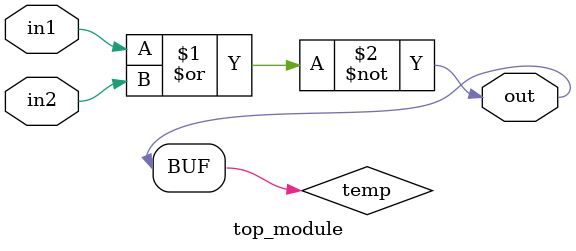
<source format=sv>
module top_module (
	input in1,
	input in2,
	output logic out
);
	
	// Declare internal wires
	wire temp;
	
	// Implement the NOR gate using a not and an or operator
	assign temp = ~(in1 | in2);
	assign out = temp;
	
endmodule

</source>
